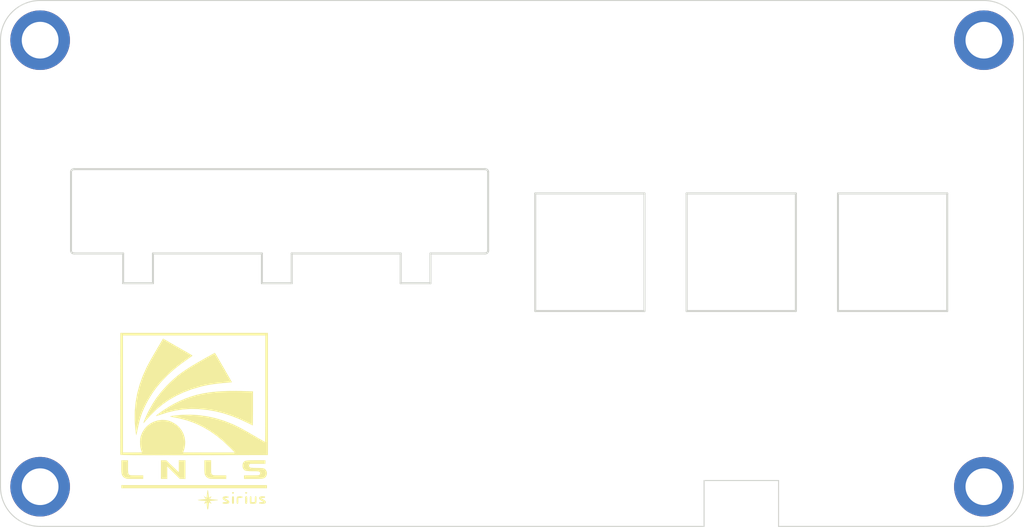
<source format=kicad_pcb>
(kicad_pcb (version 20171130) (host pcbnew 5.0.2-bee76a0~70~ubuntu18.04.1)

  (general
    (thickness 1.6)
    (drawings 45)
    (tracks 4)
    (zones 0)
    (modules 1)
    (nets 1)
  )

  (page A4)
  (layers
    (0 F.Cu signal)
    (31 B.Cu signal)
    (32 B.Adhes user)
    (33 F.Adhes user)
    (34 B.Paste user)
    (35 F.Paste user)
    (36 B.SilkS user)
    (37 F.SilkS user)
    (38 B.Mask user)
    (39 F.Mask user)
    (40 Dwgs.User user)
    (41 Cmts.User user)
    (42 Eco1.User user)
    (43 Eco2.User user)
    (44 Edge.Cuts user)
    (45 Margin user)
    (46 B.CrtYd user)
    (47 F.CrtYd user)
    (48 B.Fab user)
    (49 F.Fab user)
  )

  (setup
    (last_trace_width 0.25)
    (trace_clearance 0.2)
    (zone_clearance 0.508)
    (zone_45_only no)
    (trace_min 0.2)
    (segment_width 0.2)
    (edge_width 0.15)
    (via_size 0.8)
    (via_drill 0.4)
    (via_min_size 0.4)
    (via_min_drill 0.3)
    (uvia_size 0.3)
    (uvia_drill 0.1)
    (uvias_allowed no)
    (uvia_min_size 0.2)
    (uvia_min_drill 0.1)
    (pcb_text_width 0.3)
    (pcb_text_size 1.5 1.5)
    (mod_edge_width 0.15)
    (mod_text_size 1 1)
    (mod_text_width 0.15)
    (pad_size 1.524 1.524)
    (pad_drill 0.762)
    (pad_to_mask_clearance 0.051)
    (solder_mask_min_width 0.25)
    (aux_axis_origin 0 0)
    (visible_elements FFFFFF7F)
    (pcbplotparams
      (layerselection 0x01000_ffffffff)
      (usegerberextensions false)
      (usegerberattributes false)
      (usegerberadvancedattributes false)
      (creategerberjobfile false)
      (excludeedgelayer true)
      (linewidth 0.100000)
      (plotframeref false)
      (viasonmask false)
      (mode 1)
      (useauxorigin false)
      (hpglpennumber 1)
      (hpglpenspeed 20)
      (hpglpendiameter 15.000000)
      (psnegative false)
      (psa4output false)
      (plotreference true)
      (plotvalue true)
      (plotinvisibletext false)
      (padsonsilk false)
      (subtractmaskfromsilk false)
      (outputformat 1)
      (mirror false)
      (drillshape 0)
      (scaleselection 1)
      (outputdirectory ""))
  )

  (net 0 "")

  (net_class Default "This is the default net class."
    (clearance 0.2)
    (trace_width 0.25)
    (via_dia 0.8)
    (via_drill 0.4)
    (uvia_dia 0.3)
    (uvia_drill 0.1)
  )

  (module Controle:LNLS_LOGO_Silk (layer F.Cu) (tedit 0) (tstamp 5FC20D38)
    (at 97.6 121.4)
    (fp_text reference G*** (at 0 0) (layer F.SilkS) hide
      (effects (font (size 1.524 1.524) (thickness 0.3)))
    )
    (fp_text value LOGO (at 0.75 0) (layer F.SilkS) hide
      (effects (font (size 1.524 1.524) (thickness 0.3)))
    )
    (fp_poly (pts (xy 2.167159 -6.476359) (xy 2.216689 -6.394134) (xy 2.295921 -6.259859) (xy 2.399903 -6.082123)
      (xy 2.523683 -5.869515) (xy 2.662311 -5.630623) (xy 2.810833 -5.374038) (xy 2.964299 -5.108348)
      (xy 3.117756 -4.842142) (xy 3.266254 -4.584009) (xy 3.404841 -4.342539) (xy 3.528564 -4.126321)
      (xy 3.632472 -3.943943) (xy 3.711614 -3.803995) (xy 3.761038 -3.715066) (xy 3.775995 -3.685681)
      (xy 3.737043 -3.68025) (xy 3.632456 -3.669417) (xy 3.474479 -3.654349) (xy 3.275353 -3.636213)
      (xy 3.047424 -3.616187) (xy 2.469228 -3.560252) (xy 1.95412 -3.497116) (xy 1.487184 -3.424465)
      (xy 1.053506 -3.339986) (xy 0.648485 -3.244029) (xy -0.235678 -2.984577) (xy -1.061026 -2.676429)
      (xy -1.831871 -2.316964) (xy -2.552524 -1.903563) (xy -3.227295 -1.433605) (xy -3.860498 -0.904472)
      (xy -4.456442 -0.313543) (xy -4.786778 0.058615) (xy -4.921968 0.21794) (xy -5.01449 0.326112)
      (xy -5.072408 0.391427) (xy -5.103791 0.422178) (xy -5.116703 0.426661) (xy -5.119211 0.41317)
      (xy -5.119077 0.400331) (xy -5.103389 0.341419) (xy -5.060501 0.22635) (xy -4.996674 0.069598)
      (xy -4.91817 -0.114367) (xy -4.831253 -0.311073) (xy -4.742185 -0.506048) (xy -4.657227 -0.68482)
      (xy -4.599194 -0.801077) (xy -4.212116 -1.495836) (xy -3.791153 -2.134992) (xy -3.321986 -2.738609)
      (xy -2.814162 -3.302) (xy -2.498358 -3.62135) (xy -2.188103 -3.915002) (xy -1.873717 -4.190105)
      (xy -1.545521 -4.453809) (xy -1.193835 -4.713263) (xy -0.808981 -4.975615) (xy -0.381278 -5.248016)
      (xy 0.098952 -5.537614) (xy 0.625231 -5.842352) (xy 0.84581 -5.967637) (xy 1.077545 -6.098483)
      (xy 1.307337 -6.227569) (xy 1.522088 -6.347576) (xy 1.708696 -6.451186) (xy 1.854063 -6.531077)
      (xy 1.945089 -6.579931) (xy 1.947297 -6.581075) (xy 2.064713 -6.641793) (xy 2.167159 -6.476359)) (layer F.SilkS) (width 0.01))
    (fp_poly (pts (xy 4.504447 -2.798666) (xy 4.713065 -2.794214) (xy 5.900615 -2.765485) (xy 5.900615 -1.050589)
      (xy 5.89997 -0.693121) (xy 5.898125 -0.361043) (xy 5.895214 -0.062231) (xy 5.891373 0.195439)
      (xy 5.886737 0.40409) (xy 5.88144 0.555845) (xy 5.875617 0.642827) (xy 5.871308 0.660958)
      (xy 5.826968 0.643015) (xy 5.727489 0.59654) (xy 5.587371 0.528471) (xy 5.421116 0.445749)
      (xy 5.412154 0.44124) (xy 4.562649 0.041877) (xy 3.734848 -0.288667) (xy 2.919088 -0.553159)
      (xy 2.105708 -0.754364) (xy 1.285044 -0.895047) (xy 0.455981 -0.97742) (xy -0.342453 -0.997117)
      (xy -1.125824 -0.949298) (xy -1.904715 -0.832414) (xy -2.689712 -0.644918) (xy -3.421321 -0.410544)
      (xy -3.584752 -0.354627) (xy -3.722025 -0.312285) (xy -3.815898 -0.288566) (xy -3.8471 -0.285906)
      (xy -3.842909 -0.314364) (xy -3.780445 -0.377254) (xy -3.668383 -0.468687) (xy -3.515399 -0.582775)
      (xy -3.33017 -0.713629) (xy -3.121371 -0.85536) (xy -2.897678 -1.00208) (xy -2.667769 -1.1479)
      (xy -2.440317 -1.28693) (xy -2.224 -1.413284) (xy -2.027494 -1.521071) (xy -2.026498 -1.521595)
      (xy -1.463464 -1.799984) (xy -0.902593 -2.040701) (xy -0.335569 -2.245315) (xy 0.245923 -2.415398)
      (xy 0.850202 -2.552519) (xy 1.485582 -2.658249) (xy 2.16038 -2.734158) (xy 2.882913 -2.781817)
      (xy 3.661497 -2.802796) (xy 4.504447 -2.798666)) (layer F.SilkS) (width 0.01))
    (fp_poly (pts (xy -3.029847 -8.013203) (xy -2.958267 -7.970998) (xy -2.828937 -7.895832) (xy -2.651966 -7.793509)
      (xy -2.437465 -7.669836) (xy -2.195543 -7.53062) (xy -1.936311 -7.381665) (xy -1.669878 -7.228779)
      (xy -1.406354 -7.077767) (xy -1.15585 -6.934435) (xy -0.928475 -6.804591) (xy -0.734339 -6.69404)
      (xy -0.615528 -6.626656) (xy -0.455103 -6.534078) (xy -0.322934 -6.454316) (xy -0.232087 -6.395507)
      (xy -0.195629 -6.365792) (xy -0.195451 -6.364994) (xy -0.225898 -6.335258) (xy -0.309229 -6.271027)
      (xy -0.43335 -6.181232) (xy -0.586167 -6.074806) (xy -0.615462 -6.054796) (xy -1.386469 -5.502773)
      (xy -2.084122 -4.945683) (xy -2.713221 -4.378384) (xy -3.278565 -3.795732) (xy -3.784954 -3.192583)
      (xy -4.237188 -2.563796) (xy -4.640066 -1.904225) (xy -4.843614 -1.524) (xy -5.058874 -1.08115)
      (xy -5.23821 -0.661742) (xy -5.38906 -0.243876) (xy -5.518861 0.194347) (xy -5.635052 0.674826)
      (xy -5.705556 1.013868) (xy -5.75986 1.282454) (xy -5.802053 1.476242) (xy -5.832737 1.597545)
      (xy -5.852513 1.648677) (xy -5.861983 1.631952) (xy -5.862778 1.618435) (xy -5.868673 1.566675)
      (xy -5.883566 1.455936) (xy -5.904943 1.304541) (xy -5.921295 1.191846) (xy -5.942936 1.01258)
      (xy -5.964257 0.780034) (xy -5.98333 0.519065) (xy -5.998224 0.25453) (xy -6.003204 0.136769)
      (xy -5.997525 -0.761071) (xy -5.914041 -1.655805) (xy -5.753082 -2.546141) (xy -5.514976 -3.430784)
      (xy -5.200053 -4.308441) (xy -4.80864 -5.177819) (xy -4.507235 -5.748829) (xy -4.409193 -5.922284)
      (xy -4.28059 -6.147043) (xy -4.130647 -6.407141) (xy -3.96859 -6.686613) (xy -3.80364 -6.969494)
      (xy -3.689994 -7.163373) (xy -3.148463 -8.084935) (xy -3.029847 -8.013203)) (layer F.SilkS) (width 0.01))
    (fp_poly (pts (xy 7.405077 3.653692) (xy -0.010957 3.663562) (xy -0.936873 3.664703) (xy -1.787446 3.665549)
      (xy -2.565485 3.666086) (xy -3.273799 3.666298) (xy -3.9152 3.66617) (xy -4.492496 3.665689)
      (xy -5.008496 3.664839) (xy -5.466012 3.663605) (xy -5.867853 3.661973) (xy -6.216827 3.659928)
      (xy -6.515746 3.657455) (xy -6.767419 3.654539) (xy -6.974655 3.651166) (xy -7.140265 3.64732)
      (xy -7.267058 3.642988) (xy -7.357843 3.638154) (xy -7.415431 3.632803) (xy -7.442632 3.626921)
      (xy -7.445608 3.624485) (xy -7.447632 3.580551) (xy -7.449468 3.462691) (xy -7.451111 3.27513)
      (xy -7.452555 3.022096) (xy -7.453794 2.707815) (xy -7.454822 2.336513) (xy -7.455633 1.912419)
      (xy -7.456222 1.439757) (xy -7.456582 0.922756) (xy -7.456708 0.365642) (xy -7.456593 -0.22736)
      (xy -7.456233 -0.852021) (xy -7.45562 -1.504115) (xy -7.454749 -2.179416) (xy -7.45419 -2.54)
      (xy -7.444571 -8.401539) (xy -7.190154 -8.401539) (xy -7.190154 3.399692) (xy -6.232769 3.399692)
      (xy -5.968539 3.399258) (xy -5.732246 3.398039) (xy -5.534459 3.396158) (xy -5.385749 3.393737)
      (xy -5.296683 3.3909) (xy -5.275385 3.388568) (xy -5.287711 3.349064) (xy -5.319874 3.256961)
      (xy -5.360501 3.144337) (xy -5.424266 2.900854) (xy -5.460591 2.612609) (xy -5.468745 2.308288)
      (xy -5.447997 2.016577) (xy -5.397616 1.766163) (xy -5.395779 1.760049) (xy -5.239485 1.372098)
      (xy -5.02282 1.025841) (xy -4.753333 0.726974) (xy -4.438574 0.481195) (xy -4.086092 0.2942)
      (xy -3.703437 0.171685) (xy -3.298158 0.119348) (xy -3.219411 0.117808) (xy -2.904822 0.132754)
      (xy -2.628679 0.184244) (xy -2.356743 0.280103) (xy -2.207846 0.348989) (xy -1.844385 0.569215)
      (xy -1.535707 0.841101) (xy -1.285678 1.157526) (xy -1.098159 1.51137) (xy -0.977016 1.895511)
      (xy -0.926112 2.302829) (xy -0.943118 2.679916) (xy -0.972721 2.859882) (xy -1.014218 3.041174)
      (xy -1.056606 3.178657) (xy -1.098683 3.290969) (xy -1.126508 3.368325) (xy -1.133211 3.389923)
      (xy -1.095206 3.391585) (xy -0.985454 3.393159) (xy -0.810363 3.394619) (xy -0.576341 3.395942)
      (xy -0.289795 3.397104) (xy 0.042867 3.39808) (xy 0.415237 3.398847) (xy 0.820909 3.399381)
      (xy 1.253475 3.399658) (xy 1.471783 3.399692) (xy 4.076797 3.399692) (xy 3.591706 2.907758)
      (xy 2.911478 2.263027) (xy 2.216749 1.694352) (xy 1.505605 1.200657) (xy 0.776132 0.780864)
      (xy 0.026417 0.433897) (xy -0.745455 0.158677) (xy -1.541397 -0.045872) (xy -1.719385 -0.081394)
      (xy -1.937685 -0.123384) (xy -2.131563 -0.161841) (xy -2.286897 -0.193872) (xy -2.389563 -0.216582)
      (xy -2.422769 -0.225474) (xy -2.424982 -0.242774) (xy -2.357953 -0.26417) (xy -2.230413 -0.288425)
      (xy -2.051091 -0.314304) (xy -1.828719 -0.340569) (xy -1.572026 -0.365984) (xy -1.289743 -0.389314)
      (xy -1.239956 -0.392975) (xy -0.392436 -0.415889) (xy 0.466554 -0.364475) (xy 1.32999 -0.240344)
      (xy 2.19085 -0.045102) (xy 3.04211 0.219643) (xy 3.876748 0.552281) (xy 4.68774 0.951206)
      (xy 4.729365 0.97386) (xy 4.900041 1.068571) (xy 5.122508 1.194084) (xy 5.381228 1.341517)
      (xy 5.660662 1.501986) (xy 5.945274 1.666609) (xy 6.162432 1.793099) (xy 6.408117 1.936252)
      (xy 6.631571 2.065584) (xy 6.823997 2.176074) (xy 6.976598 2.262699) (xy 7.080576 2.320438)
      (xy 7.127136 2.344269) (xy 7.128528 2.344615) (xy 7.13122 2.306282) (xy 7.133819 2.194256)
      (xy 7.136308 2.013) (xy 7.138669 1.766974) (xy 7.140881 1.460642) (xy 7.142927 1.098463)
      (xy 7.144788 0.684899) (xy 7.146444 0.224413) (xy 7.147878 -0.278534) (xy 7.149071 -0.819481)
      (xy 7.150004 -1.393967) (xy 7.150657 -1.997528) (xy 7.151014 -2.625705) (xy 7.151077 -3.028462)
      (xy 7.151077 -8.401539) (xy -7.190154 -8.401539) (xy -7.444571 -8.401539) (xy -7.444154 -8.655539)
      (xy 7.405077 -8.655539) (xy 7.405077 3.653692)) (layer F.SilkS) (width 0.01))
    (fp_poly (pts (xy 7.151077 4.532923) (xy 5.589802 4.532923) (xy 5.527508 4.627994) (xy 5.492442 4.739362)
      (xy 5.529325 4.840732) (xy 5.632087 4.917541) (xy 5.651535 4.925562) (xy 5.724185 4.938672)
      (xy 5.858443 4.949778) (xy 6.03777 4.957986) (xy 6.245629 4.962403) (xy 6.342775 4.962915)
      (xy 6.576338 4.964018) (xy 6.74613 4.968241) (xy 6.866517 4.977154) (xy 6.951864 4.992329)
      (xy 7.01654 5.015335) (xy 7.065505 5.041924) (xy 7.19788 5.165042) (xy 7.278549 5.328998)
      (xy 7.303122 5.512428) (xy 7.267208 5.693967) (xy 7.218682 5.787375) (xy 7.161585 5.866431)
      (xy 7.101662 5.928354) (xy 7.028969 5.975224) (xy 6.933561 6.009121) (xy 6.805493 6.032122)
      (xy 6.634823 6.046309) (xy 6.411604 6.05376) (xy 6.125893 6.056555) (xy 5.929923 6.056862)
      (xy 5.001846 6.056923) (xy 5.001846 5.70523) (xy 5.75779 5.70523) (xy 6.021521 5.704621)
      (xy 6.218186 5.70215) (xy 6.358866 5.696852) (xy 6.454643 5.687762) (xy 6.516599 5.673915)
      (xy 6.555816 5.654347) (xy 6.578405 5.633769) (xy 6.636508 5.523833) (xy 6.624101 5.414954)
      (xy 6.556228 5.336215) (xy 6.50673 5.312108) (xy 6.430062 5.295015) (xy 6.314211 5.283901)
      (xy 6.147161 5.277728) (xy 5.916899 5.275462) (xy 5.850903 5.275384) (xy 5.579027 5.272982)
      (xy 5.373023 5.26362) (xy 5.220699 5.244069) (xy 5.109862 5.211097) (xy 5.028318 5.161473)
      (xy 4.963876 5.091966) (xy 4.92211 5.029256) (xy 4.860707 4.864272) (xy 4.849104 4.675259)
      (xy 4.887466 4.496776) (xy 4.919225 4.432103) (xy 4.968871 4.359156) (xy 5.024941 4.301815)
      (xy 5.096981 4.258221) (xy 5.19454 4.226518) (xy 5.327166 4.20485) (xy 5.504406 4.19136)
      (xy 5.735808 4.184192) (xy 6.030921 4.181488) (xy 6.209367 4.18123) (xy 7.151077 4.18123)
      (xy 7.151077 4.532923)) (layer F.SilkS) (width 0.01))
    (fp_poly (pts (xy 1.680308 4.847314) (xy 1.680667 5.090149) (xy 1.682798 5.267373) (xy 1.688279 5.391531)
      (xy 1.698689 5.475167) (xy 1.715607 5.530823) (xy 1.740612 5.571044) (xy 1.775284 5.608374)
      (xy 1.776224 5.609314) (xy 1.813636 5.644231) (xy 1.853646 5.669444) (xy 1.908798 5.686534)
      (xy 1.991635 5.697078) (xy 2.114702 5.702656) (xy 2.290541 5.704847) (xy 2.531696 5.70523)
      (xy 3.204308 5.70523) (xy 3.204308 6.056923) (xy 2.372434 6.056923) (xy 2.094566 6.056482)
      (xy 1.882852 6.054461) (xy 1.725291 6.049811) (xy 1.609886 6.041483) (xy 1.524636 6.02843)
      (xy 1.457542 6.009602) (xy 1.396607 5.983952) (xy 1.366203 5.969) (xy 1.216981 5.867041)
      (xy 1.112529 5.72337) (xy 1.103923 5.70672) (xy 1.071689 5.637245) (xy 1.048427 5.567052)
      (xy 1.032692 5.482154) (xy 1.023036 5.36857) (xy 1.018013 5.212315) (xy 1.016176 4.999405)
      (xy 1.016 4.856796) (xy 1.016 4.18123) (xy 1.680308 4.18123) (xy 1.680308 4.847314)) (layer F.SilkS) (width 0.01))
    (fp_poly (pts (xy -0.898769 6.056923) (xy -1.464522 6.056923) (xy -2.099953 5.422367) (xy -2.735385 4.787811)
      (xy -2.735385 6.056923) (xy -3.360615 6.056923) (xy -3.360615 4.18123) (xy -3.096846 4.182116)
      (xy -2.833077 4.183003) (xy -1.563077 5.399827) (xy -1.563077 4.18123) (xy -0.898769 4.18123)
      (xy -0.898769 6.056923)) (layer F.SilkS) (width 0.01))
    (fp_poly (pts (xy -6.682154 4.847314) (xy -6.682425 5.127233) (xy -6.676852 5.338666) (xy -6.655856 5.491193)
      (xy -6.609858 5.594394) (xy -6.529277 5.657848) (xy -6.404535 5.691135) (xy -6.226052 5.703833)
      (xy -5.984248 5.705523) (xy -5.824238 5.70523) (xy -5.158154 5.70523) (xy -5.158154 6.056923)
      (xy -5.990028 6.056923) (xy -6.267895 6.056482) (xy -6.47961 6.054461) (xy -6.63717 6.049811)
      (xy -6.752576 6.041483) (xy -6.837826 6.02843) (xy -6.904919 6.009602) (xy -6.965855 5.983952)
      (xy -6.996259 5.969) (xy -7.145481 5.867041) (xy -7.249932 5.72337) (xy -7.258539 5.70672)
      (xy -7.290773 5.637245) (xy -7.314034 5.567052) (xy -7.32977 5.482154) (xy -7.339426 5.36857)
      (xy -7.344449 5.212315) (xy -7.346285 4.999405) (xy -7.346462 4.856796) (xy -7.346462 4.18123)
      (xy -6.682154 4.18123) (xy -6.682154 4.847314)) (layer F.SilkS) (width 0.01))
    (fp_poly (pts (xy 7.307385 6.994769) (xy -7.346462 6.994769) (xy -7.346462 6.682153) (xy 7.307385 6.682153)
      (xy 7.307385 6.994769)) (layer F.SilkS) (width 0.01))
    (fp_poly (pts (xy 5.293376 7.403855) (xy 5.314461 7.463692) (xy 5.291565 7.524977) (xy 5.216769 7.541846)
      (xy 5.140162 7.523529) (xy 5.119077 7.463692) (xy 5.141973 7.402406) (xy 5.216769 7.385538)
      (xy 5.293376 7.403855)) (layer F.SilkS) (width 0.01))
    (fp_poly (pts (xy 3.96476 7.403855) (xy 3.985846 7.463692) (xy 3.96295 7.524977) (xy 3.888154 7.541846)
      (xy 3.811547 7.523529) (xy 3.790461 7.463692) (xy 3.813358 7.402406) (xy 3.888154 7.385538)
      (xy 3.96476 7.403855)) (layer F.SilkS) (width 0.01))
    (fp_poly (pts (xy 0.976923 7.756769) (xy 0.957385 7.776307) (xy 0.937846 7.756769) (xy 0.957385 7.73723)
      (xy 0.976923 7.756769)) (layer F.SilkS) (width 0.01))
    (fp_poly (pts (xy 7.0007 7.817974) (xy 7.075006 7.829448) (xy 7.10624 7.855364) (xy 7.112 7.893538)
      (xy 7.103057 7.937936) (xy 7.064102 7.961541) (xy 6.976945 7.970698) (xy 6.887308 7.971905)
      (xy 6.662615 7.972119) (xy 6.926385 8.130378) (xy 7.069764 8.222537) (xy 7.153044 8.293401)
      (xy 7.187508 8.353493) (xy 7.190154 8.376349) (xy 7.175545 8.462341) (xy 7.123495 8.517264)
      (xy 7.021667 8.547025) (xy 6.857722 8.557531) (xy 6.811108 8.557846) (xy 6.663676 8.555901)
      (xy 6.577964 8.547073) (xy 6.537576 8.526869) (xy 6.526115 8.490797) (xy 6.525846 8.479692)
      (xy 6.534112 8.436712) (xy 6.570618 8.413039) (xy 6.652923 8.403016) (xy 6.770077 8.401007)
      (xy 7.014308 8.400477) (xy 6.770077 8.255715) (xy 6.637909 8.172151) (xy 6.562597 8.108032)
      (xy 6.530315 8.049452) (xy 6.525846 8.01006) (xy 6.541373 7.913587) (xy 6.596342 7.853788)
      (xy 6.703332 7.82346) (xy 6.865815 7.815384) (xy 7.0007 7.817974)) (layer F.SilkS) (width 0.01))
    (fp_poly (pts (xy 6.212521 7.821698) (xy 6.235785 7.850942) (xy 6.247669 7.91857) (xy 6.251896 8.040033)
      (xy 6.252308 8.139723) (xy 6.246409 8.320868) (xy 6.229792 8.449304) (xy 6.205415 8.510953)
      (xy 6.146323 8.533101) (xy 6.03652 8.548859) (xy 5.902108 8.557308) (xy 5.769189 8.557526)
      (xy 5.663863 8.548596) (xy 5.614051 8.531794) (xy 5.602392 8.483406) (xy 5.593429 8.376289)
      (xy 5.588523 8.229856) (xy 5.588 8.160564) (xy 5.589352 7.995317) (xy 5.595676 7.893202)
      (xy 5.610367 7.839211) (xy 5.636824 7.818336) (xy 5.666154 7.815384) (xy 5.706113 7.822306)
      (xy 5.729558 7.85387) (xy 5.74081 7.926271) (xy 5.744185 8.055705) (xy 5.744308 8.108461)
      (xy 5.744308 8.401538) (xy 6.096 8.401538) (xy 6.096 8.108461) (xy 6.097846 7.958614)
      (xy 6.106263 7.870693) (xy 6.12557 7.828502) (xy 6.160086 7.815844) (xy 6.174154 7.815384)
      (xy 6.212521 7.821698)) (layer F.SilkS) (width 0.01))
    (fp_poly (pts (xy 5.262026 7.817962) (xy 5.290569 7.835455) (xy 5.306251 7.882504) (xy 5.312922 7.973746)
      (xy 5.314437 8.123821) (xy 5.314461 8.186615) (xy 5.313783 8.358593) (xy 5.309179 8.467056)
      (xy 5.296798 8.526644) (xy 5.272787 8.551996) (xy 5.233294 8.557752) (xy 5.216769 8.557846)
      (xy 5.171512 8.555268) (xy 5.142969 8.537774) (xy 5.127288 8.490726) (xy 5.120616 8.399484)
      (xy 5.119102 8.249409) (xy 5.119077 8.186615) (xy 5.119755 8.014637) (xy 5.124359 7.906174)
      (xy 5.13674 7.846586) (xy 5.160751 7.821233) (xy 5.200244 7.815478) (xy 5.216769 7.815384)
      (xy 5.262026 7.817962)) (layer F.SilkS) (width 0.01))
    (fp_poly (pts (xy 4.734238 7.817974) (xy 4.808545 7.829448) (xy 4.839779 7.855364) (xy 4.845538 7.893538)
      (xy 4.83621 7.938703) (xy 4.795876 7.962231) (xy 4.706016 7.970858) (xy 4.630615 7.971692)
      (xy 4.415692 7.971692) (xy 4.415692 8.264769) (xy 4.413846 8.414615) (xy 4.405429 8.502536)
      (xy 4.386122 8.544728) (xy 4.351607 8.557386) (xy 4.337538 8.557846) (xy 4.299171 8.551532)
      (xy 4.275907 8.522288) (xy 4.264023 8.45466) (xy 4.259796 8.333196) (xy 4.259385 8.233507)
      (xy 4.265283 8.052362) (xy 4.2819 7.923926) (xy 4.306277 7.862276) (xy 4.369803 7.836708)
      (xy 4.4867 7.819891) (xy 4.599354 7.815384) (xy 4.734238 7.817974)) (layer F.SilkS) (width 0.01))
    (fp_poly (pts (xy 3.933411 7.817962) (xy 3.961954 7.835455) (xy 3.977635 7.882504) (xy 3.984307 7.973746)
      (xy 3.985821 8.123821) (xy 3.985846 8.186615) (xy 3.985168 8.358593) (xy 3.980564 8.467056)
      (xy 3.968183 8.526644) (xy 3.944172 8.551996) (xy 3.904678 8.557752) (xy 3.888154 8.557846)
      (xy 3.842896 8.555268) (xy 3.814353 8.537774) (xy 3.798672 8.490726) (xy 3.792001 8.399484)
      (xy 3.790486 8.249409) (xy 3.790461 8.186615) (xy 3.79114 8.014637) (xy 3.795743 7.906174)
      (xy 3.808124 7.846586) (xy 3.832136 7.821233) (xy 3.871629 7.815478) (xy 3.888154 7.815384)
      (xy 3.933411 7.817962)) (layer F.SilkS) (width 0.01))
    (fp_poly (pts (xy 3.327469 7.817974) (xy 3.401775 7.829448) (xy 3.43301 7.855364) (xy 3.438769 7.893538)
      (xy 3.429826 7.937936) (xy 3.390871 7.961541) (xy 3.303714 7.970698) (xy 3.214077 7.971905)
      (xy 2.989385 7.972119) (xy 3.253154 8.130378) (xy 3.396533 8.222537) (xy 3.479813 8.293401)
      (xy 3.514277 8.353493) (xy 3.516923 8.376349) (xy 3.502315 8.462341) (xy 3.450265 8.517264)
      (xy 3.348436 8.547025) (xy 3.184491 8.557531) (xy 3.137877 8.557846) (xy 2.990445 8.555901)
      (xy 2.904734 8.547073) (xy 2.864346 8.526869) (xy 2.852884 8.490797) (xy 2.852615 8.479692)
      (xy 2.860882 8.436712) (xy 2.897387 8.413039) (xy 2.979692 8.403016) (xy 3.096846 8.401007)
      (xy 3.341077 8.400477) (xy 3.096846 8.255715) (xy 2.964678 8.172151) (xy 2.889366 8.108032)
      (xy 2.857084 8.049452) (xy 2.852615 8.01006) (xy 2.868143 7.913587) (xy 2.923111 7.853788)
      (xy 3.030101 7.82346) (xy 3.192585 7.815384) (xy 3.327469 7.817974)) (layer F.SilkS) (width 0.01))
    (fp_poly (pts (xy 1.364287 7.214795) (xy 1.369937 7.235488) (xy 1.38786 7.326207) (xy 1.407997 7.465123)
      (xy 1.426056 7.622552) (xy 1.426423 7.626257) (xy 1.442664 7.770152) (xy 1.459204 7.883088)
      (xy 1.472737 7.942875) (xy 1.473941 7.945323) (xy 1.511517 7.943959) (xy 1.577803 7.897841)
      (xy 1.586584 7.88981) (xy 1.667171 7.831416) (xy 1.706132 7.83328) (xy 1.693749 7.884314)
      (xy 1.641231 7.952153) (xy 1.586563 8.023599) (xy 1.572479 8.071078) (xy 1.574706 8.074501)
      (xy 1.622047 8.088456) (xy 1.729177 8.105752) (xy 1.877961 8.123742) (xy 1.981912 8.133968)
      (xy 2.189872 8.153713) (xy 2.323016 8.169446) (xy 2.384486 8.182652) (xy 2.377427 8.19481)
      (xy 2.304981 8.207405) (xy 2.170292 8.221917) (xy 2.168769 8.222065) (xy 1.995103 8.239439)
      (xy 1.82101 8.257764) (xy 1.70626 8.270549) (xy 1.517289 8.292564) (xy 1.625257 8.405259)
      (xy 1.692237 8.491092) (xy 1.705054 8.540823) (xy 1.669727 8.543612) (xy 1.592272 8.488621)
      (xy 1.583481 8.480505) (xy 1.53058 8.434908) (xy 1.494411 8.422849) (xy 1.470076 8.454153)
      (xy 1.452677 8.538645) (xy 1.437317 8.686149) (xy 1.428473 8.791455) (xy 1.40698 8.976987)
      (xy 1.379105 9.092732) (xy 1.345891 9.135825) (xy 1.312419 9.11033) (xy 1.297841 9.054402)
      (xy 1.281498 8.942141) (xy 1.266397 8.795222) (xy 1.263139 8.755232) (xy 1.247231 8.586215)
      (xy 1.228552 8.486962) (xy 1.202852 8.449098) (xy 1.16588 8.464248) (xy 1.133231 8.49923)
      (xy 1.076821 8.548354) (xy 1.050292 8.557846) (xy 1.016907 8.532223) (xy 1.028649 8.470816)
      (xy 1.079358 8.396812) (xy 1.097885 8.378623) (xy 1.179769 8.304518) (xy 1.088115 8.278769)
      (xy 0.994294 8.262147) (xy 0.862862 8.249841) (xy 0.801077 8.246873) (xy 0.646188 8.236525)
      (xy 0.492865 8.217983) (xy 0.449385 8.210515) (xy 0.372355 8.194468) (xy 0.348454 8.183148)
      (xy 0.384742 8.173081) (xy 0.488276 8.160792) (xy 0.566615 8.152815) (xy 0.735889 8.135185)
      (xy 0.901507 8.116932) (xy 1.010617 8.104072) (xy 1.181081 8.082818) (xy 1.072082 7.969047)
      (xy 1.005384 7.883719) (xy 0.991127 7.832892) (xy 1.023981 7.827783) (xy 1.098616 7.879611)
      (xy 1.109724 7.88981) (xy 1.177596 7.940502) (xy 1.219525 7.94796) (xy 1.221672 7.945323)
      (xy 1.234984 7.892217) (xy 1.25152 7.785265) (xy 1.266441 7.659076) (xy 1.284416 7.500964)
      (xy 1.303964 7.352871) (xy 1.31721 7.268307) (xy 1.334407 7.180892) (xy 1.347121 7.164909)
      (xy 1.364287 7.214795)) (layer F.SilkS) (width 0.01))
  )

  (gr_line (start 156.42 132.24527) (end 177.09123 132.24527) (layer Edge.Cuts) (width 0.1))
  (gr_line (start 156.42 127.62) (end 156.42 132.24527) (layer Edge.Cuts) (width 0.1) (tstamp 5FB3E58F))
  (gr_line (start 148.92 127.62) (end 148.92 132.24527) (layer Edge.Cuts) (width 0.1))
  (gr_line (start 148.92 127.62) (end 156.42 127.62) (layer Edge.Cuts) (width 0.1))
  (gr_line (start 152.67 132.12) (end 152.67 131.9) (layer Cmts.User) (width 0.15))
  (gr_line (start 85.18 104.44) (end 85.18 96.54) (layer Edge.Cuts) (width 0.2))
  (gr_line (start 127.18 96.54) (end 127.18 104.44) (layer Edge.Cuts) (width 0.2))
  (gr_arc (start 126.88 96.54) (end 127.18 96.54) (angle -90) (layer Edge.Cuts) (width 0.2))
  (gr_line (start 85.48 104.74) (end 90.43 104.74) (layer Edge.Cuts) (width 0.2))
  (gr_line (start 126.88 104.74) (end 121.37 104.74) (layer Edge.Cuts) (width 0.2))
  (gr_line (start 126.88 96.24) (end 85.48 96.24) (layer Edge.Cuts) (width 0.2))
  (gr_arc (start 126.88 104.44) (end 127.18 104.44) (angle 90) (layer Edge.Cuts) (width 0.2))
  (gr_arc (start 85.48 104.44) (end 85.48 104.74) (angle 90) (layer Edge.Cuts) (width 0.2))
  (gr_arc (start 85.48 96.54) (end 85.18 96.54) (angle 90) (layer Edge.Cuts) (width 0.2))
  (gr_line (start 104.4 104.74) (end 93.43 104.74) (layer Edge.Cuts) (width 0.2))
  (gr_line (start 118.37 104.74) (end 107.4 104.74) (layer Edge.Cuts) (width 0.2))
  (gr_line (start 118.37 104.74) (end 118.37 107.74) (layer Edge.Cuts) (width 0.2))
  (gr_line (start 118.37 107.74) (end 121.37 107.74) (layer Edge.Cuts) (width 0.2))
  (gr_line (start 121.37 107.74) (end 121.37 104.74) (layer Edge.Cuts) (width 0.2))
  (gr_line (start 104.4 104.74) (end 104.4 107.74) (layer Edge.Cuts) (width 0.2))
  (gr_line (start 104.4 107.74) (end 107.4 107.74) (layer Edge.Cuts) (width 0.2))
  (gr_line (start 107.4 107.74) (end 107.4 104.74) (layer Edge.Cuts) (width 0.2))
  (gr_line (start 93.43 107.74) (end 93.43 104.74) (layer Edge.Cuts) (width 0.2))
  (gr_line (start 90.43 107.74) (end 93.43 107.74) (layer Edge.Cuts) (width 0.2))
  (gr_line (start 90.43 104.74) (end 90.43 107.74) (layer Edge.Cuts) (width 0.2))
  (gr_line (start 131.92 110.54) (end 142.92 110.54) (layer Edge.Cuts) (width 0.2))
  (gr_line (start 142.92 110.54) (end 142.92 98.69) (layer Edge.Cuts) (width 0.2))
  (gr_line (start 131.92 98.69) (end 131.92 110.54) (layer Edge.Cuts) (width 0.2))
  (gr_line (start 147.16 110.54) (end 158.16 110.54) (layer Edge.Cuts) (width 0.2))
  (gr_line (start 158.16 110.54) (end 158.16 98.69) (layer Edge.Cuts) (width 0.2))
  (gr_line (start 147.16 98.69) (end 147.16 110.54) (layer Edge.Cuts) (width 0.2))
  (gr_line (start 142.92 98.69) (end 131.92 98.69) (layer Edge.Cuts) (width 0.2))
  (gr_line (start 158.16 98.69) (end 147.16 98.69) (layer Edge.Cuts) (width 0.2))
  (gr_line (start 173.4 110.54) (end 173.4 98.69) (layer Edge.Cuts) (width 0.2))
  (gr_line (start 162.4 110.54) (end 173.4 110.54) (layer Edge.Cuts) (width 0.2))
  (gr_line (start 162.4 98.69) (end 162.4 110.54) (layer Edge.Cuts) (width 0.2))
  (gr_line (start 173.4 98.69) (end 162.4 98.69) (layer Edge.Cuts) (width 0.2))
  (gr_line (start 148.92 132.24527) (end 82.07123 132.24527) (layer Edge.Cuts) (width 0.1))
  (gr_arc (start 82.07123 128.25527) (end 82.07123 132.24527) (angle 90) (layer Edge.Cuts) (width 0.1))
  (gr_arc (start 82.07122 83.23527) (end 78.08123 83.22831) (angle 89.90019893) (layer Edge.Cuts) (width 0.1))
  (gr_line (start 82.07123 79.24527) (end 177.09123 79.24527) (layer Edge.Cuts) (width 0.1))
  (gr_arc (start 177.09123 83.23527) (end 177.09123 79.24527) (angle 90) (layer Edge.Cuts) (width 0.1))
  (gr_arc (start 177.09123 128.25527) (end 181.08123 128.25527) (angle 90) (layer Edge.Cuts) (width 0.1))
  (gr_line (start 181.08123 83.23527) (end 181.08123 128.25527) (layer Edge.Cuts) (width 0.1))
  (gr_line (start 78.08123 128.25527) (end 78.08123 83.23527) (layer Edge.Cuts) (width 0.1))

  (via (at 177.09123 83.24527) (size 6) (drill 3.7) (layers F.Cu B.Cu) (net 0))
  (via (at 82.07123 83.24527) (size 6) (drill 3.7) (layers F.Cu B.Cu) (net 0))
  (via (at 82.07123 128.24527) (size 6) (drill 3.7) (layers F.Cu B.Cu) (net 0))
  (via (at 177.09123 128.24527) (size 6) (drill 3.7) (layers F.Cu B.Cu) (net 0))

)

</source>
